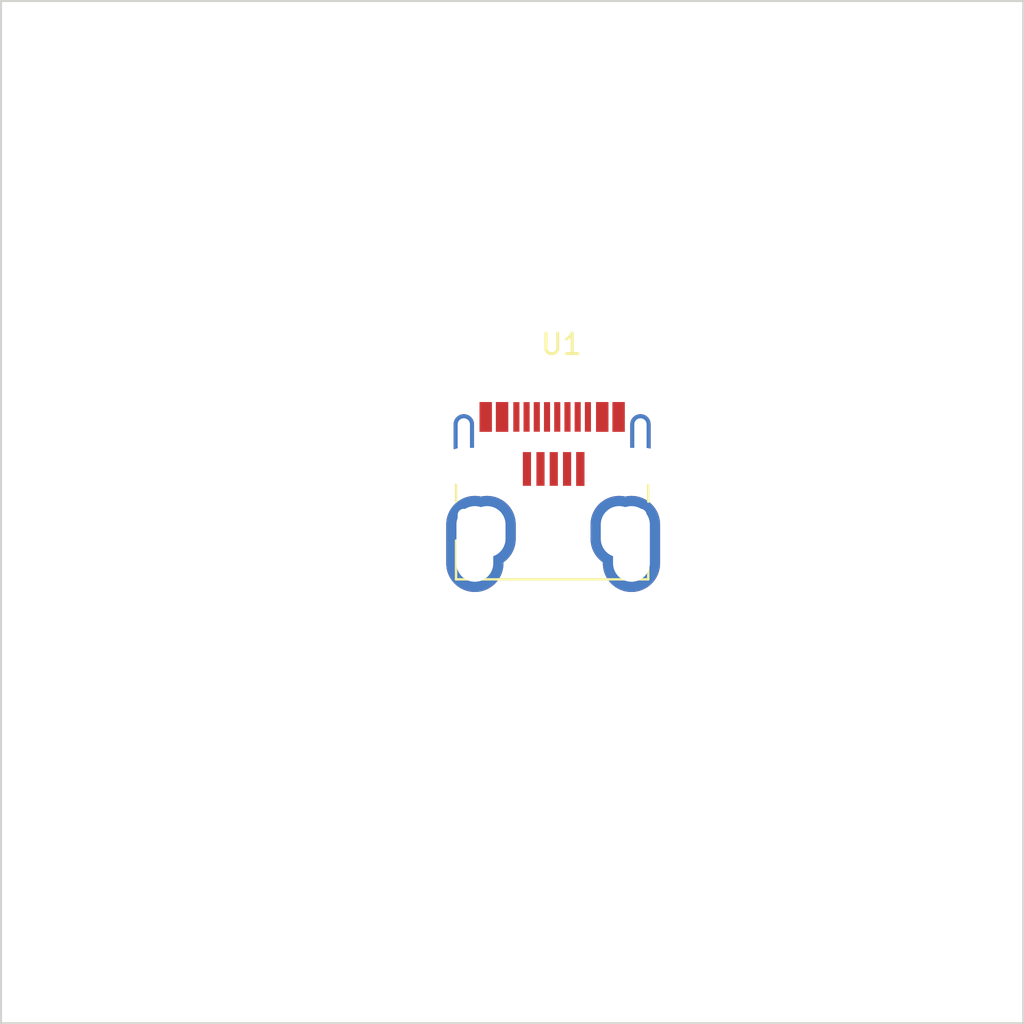
<source format=kicad_pcb>
(kicad_pcb (version 20211014) (generator pcbnew)
  (layers (0 "F.Cu" signal) (31 "B.Cu" signal) (34 "B.Paste" user) (35 "F.Paste" user) (36 "B.SilkS" user "B.Silkscreen") (37 "F.SilkS" user "F.Silkscreen") (38 "B.Mask" user) (39 "F.Mask" user) (44 "Edge.Cuts" user))
  (net 0 "")
  (net 1 "Net-(U1-Pad1)")
  (net 2 "Net-(U1-Pad2)")
  (net 3 "Net-(U1-Pad3)")
  (net 5 "Net-(U1-Pad5)")
  (net 6 "Net-(U1-Pad6)")
  (footprint "oomlout_OOMP_modules:MODULE-CONN-USB-MEGA-01" (layer "F.Cu") (at 125.5375 72.0685)
    (fp_text reference "U1" (at 1.88 -5.28 unlocked) (layer "F.SilkS"))
    (fp_text value "MODULE-CONN-USB-MEGA-01")
    (fp_line (start -3.28 0.42) (end -3.28 2.42) (layer "F.SilkS") (width 0.12))
    (fp_line (start 6.12 0.42) (end 6.12 2.42) (layer "F.SilkS") (width 0.12))
    (fp_line (start 6.12 4.32) (end 6.12 6.22) (layer "F.SilkS") (width 0.12))
    (fp_line (start -3.28 6.22) (end 6.12 6.22) (layer "F.SilkS") (width 0.12))
    (fp_line (start -3.28 4.32) (end -3.28 6.22) (layer "F.SilkS") (width 0.12))
    (pad "" np_thru_hole oval (at 4.01 1.73) (size 0.8 0.8) (drill 0.8) (layers *.Cu *.Mask))
    (pad "" np_thru_hole circle (at -1.47 -0.28) (size 0.65 0.65) (drill 0.65) (layers *.Cu *.Mask))
    (pad "" np_thru_hole oval (at -2.061 0.688) (size 3.7 1.8) (drill oval 3.7 1.8) (layers F&B.Cu *.Mask))
    (pad "" np_thru_hole oval (at 5 0.688) (size 3.7 1.8) (drill oval 3.7 1.8) (layers F&B.Cu *.Mask))
    (pad "" np_thru_hole oval (at -0.99 1.73) (size 0.8 0.8) (drill 0.8) (layers *.Cu *.Mask))
    (pad "" np_thru_hole circle (at 4.31 -0.28) (size 0.65 0.65) (drill 0.65) (layers *.Cu *.Mask))
    (pad "1" smd rect (at 0.1878 0.82 90) (size 1.65 0.4) (layers "F.Cu" "F.Paste" "F.Mask") (net 1 "Net-(U1-Pad1)"))
    (pad "2" smd rect (at 0.85 0.82 90) (size 1.65 0.4) (layers "F.Cu" "F.Paste" "F.Mask") (net 2 "Net-(U1-Pad2)"))
    (pad "3" smd rect (at 1.5 0.82 90) (size 1.65 0.4) (layers "F.Cu" "F.Paste" "F.Mask") (net 3 "Net-(U1-Pad3)"))
    (pad "4" smd rect (at 2.15 0.82 90) (size 1.65 0.4) (layers "F.Cu" "F.Paste" "F.Mask"))
    (pad "5" smd rect (at 2.8 0.82 90) (size 1.65 0.4) (layers "F.Cu" "F.Paste" "F.Mask") (net 5 "Net-(U1-Pad5)"))
    (pad "5" smd rect (at 2.8 0.82 90) (size 1.65 0.4) (layers "F.Cu" "F.Paste" "F.Mask") (net 5 "Net-(U1-Pad5)"))
    (pad "6" thru_hole oval (at -2.36 4.488) (size 2.8 4.7) (drill oval 1.8 3.7) (layers *.Cu *.Mask) (net 6 "Net-(U1-Pad6)"))
    (pad "6" thru_hole oval (at 4.7 3.888) (size 2.8 3.5) (drill oval 1.8 2.5) (layers *.Cu *.Mask) (net 6 "Net-(U1-Pad6)"))
    (pad "6" thru_hole oval (at 5.3 4.488) (size 2.8 4.7) (drill oval 1.8 3.7) (layers *.Cu *.Mask) (net 6 "Net-(U1-Pad6)"))
    (pad "6" thru_hole oval (at -1.76 3.888) (size 2.8 3.5) (drill oval 1.8 2.5) (layers *.Cu *.Mask) (net 6 "Net-(U1-Pad6)"))
    (pad "A1" smd rect (at -1.83 -1.725) (size 0.6 1.45) (layers "F.Cu" "F.Paste" "F.Mask") (net 5 "Net-(U1-Pad5)"))
    (pad "A4" smd rect (at -1.03 -1.725) (size 0.6 1.45) (layers "F.Cu" "F.Paste" "F.Mask") (net 1 "Net-(U1-Pad1)"))
    (pad "A5" smd rect (at 0.17 -1.725) (size 0.3 1.45) (layers "F.Cu" "F.Paste" "F.Mask"))
    (pad "A6" smd rect (at 1.17 -1.725) (size 0.3 1.45) (layers "F.Cu" "F.Paste" "F.Mask") (net 3 "Net-(U1-Pad3)"))
    (pad "A7" smd rect (at 1.67 -1.725) (size 0.3 1.45) (layers "F.Cu" "F.Paste" "F.Mask") (net 2 "Net-(U1-Pad2)"))
    (pad "A8" smd rect (at 2.67 -1.725) (size 0.3 1.45) (layers "F.Cu" "F.Paste" "F.Mask"))
    (pad "A9" smd rect (at 3.87 -1.725) (size 0.6 1.45) (layers "F.Cu" "F.Paste" "F.Mask") (net 1 "Net-(U1-Pad1)"))
    (pad "A12" smd rect (at 4.67 -1.725) (size 0.6 1.45) (layers "F.Cu" "F.Paste" "F.Mask") (net 5 "Net-(U1-Pad5)"))
    (pad "B1" smd rect (at 4.67 -1.725) (size 0.6 1.45) (layers "F.Cu" "F.Paste" "F.Mask") (net 5 "Net-(U1-Pad5)"))
    (pad "B4" smd rect (at 3.87 -1.725) (size 0.6 1.45) (layers "F.Cu" "F.Paste" "F.Mask") (net 1 "Net-(U1-Pad1)"))
    (pad "B5" smd rect (at 3.17 -1.725) (size 0.3 1.45) (layers "F.Cu" "F.Paste" "F.Mask"))
    (pad "B6" smd rect (at 2.17 -1.725) (size 0.3 1.45) (layers "F.Cu" "F.Paste" "F.Mask"))
    (pad "B7" smd rect (at 0.67 -1.725) (size 0.3 1.45) (layers "F.Cu" "F.Paste" "F.Mask"))
    (pad "B8" smd rect (at -0.33 -1.725) (size 0.3 1.45) (layers "F.Cu" "F.Paste" "F.Mask"))
    (pad "B9" smd rect (at -1.03 -1.725) (size 0.6 1.45) (layers "F.Cu" "F.Paste" "F.Mask") (net 1 "Net-(U1-Pad1)"))
    (pad "B12" smd rect (at -1.83 -1.725) (size 0.6 1.45) (layers "F.Cu" "F.Paste" "F.Mask") (net 5 "Net-(U1-Pad5)"))
    (pad "S1" thru_hole oval (at -2.9 3.37) (size 1 1.6) (drill oval 0.6 1.2) (layers *.Cu *.Mask) (net 6 "Net-(U1-Pad6)"))
    (pad "S1" thru_hole oval (at -2.9 -0.81) (size 1 2.1) (drill oval 0.6 1.7) (layers *.Cu *.Mask) (net 6 "Net-(U1-Pad6)"))
    (pad "S1" thru_hole oval (at 5.74 3.37) (size 1 1.6) (drill oval 0.6 1.2) (layers *.Cu *.Mask) (net 6 "Net-(U1-Pad6)"))
    (pad "S1" thru_hole oval (at 5.74 -0.81) (size 1 2.1) (drill oval 0.6 1.7) (layers *.Cu *.Mask) (net 6 "Net-(U1-Pad6)"))
  )
  (gr_line (start 150 50) (end 100 50) (layer "Edge.Cuts") (width 0.1))
  (gr_line (start 150 100) (end 150 50) (layer "Edge.Cuts") (width 0.1))
  (gr_line (start 100 50) (end 100 100) (layer "Edge.Cuts") (width 0.1))
  (gr_line (start 100 100) (end 150 100) (layer "Edge.Cuts") (width 0.1))
)
</source>
